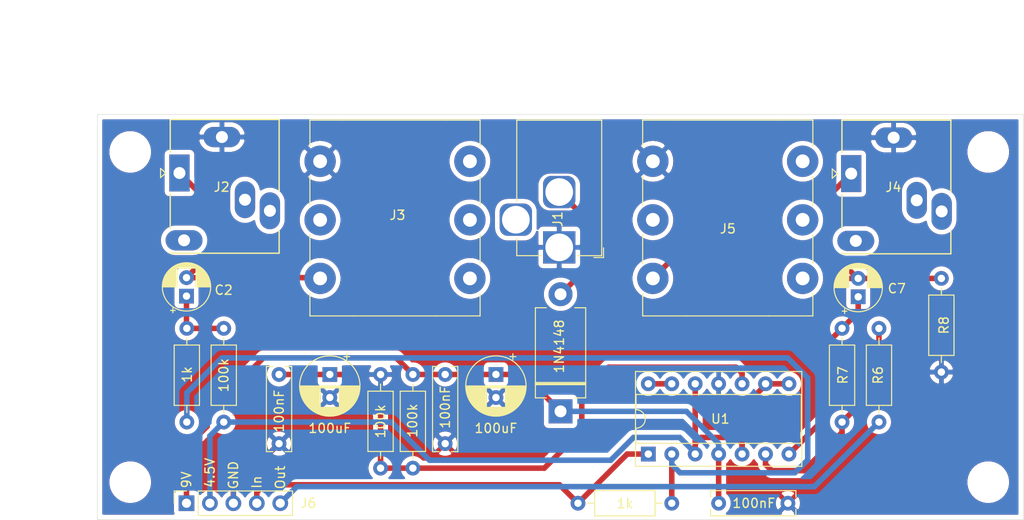
<source format=kicad_pcb>
(kicad_pcb (version 20171130) (host pcbnew "(5.1.9)-1")
  (layers (0 F.Cu signal) (31 B.Cu signal) (34 B.Paste user) (35 F.Paste user) (36 B.SilkS user) (37 F.SilkS user) (38 B.Mask user) (39 F.Mask user) (44 Edge.Cuts user))
  (net 0 "")
  (net 1 GND)
  (net 2 "Net-(C1-Pad1)")
  (net 3 "Net-(C2-Pad1)")
  (net 4 "Net-(C2-Pad2)")
  (net 5 +9V)
  (net 6 "Net-(C7-Pad2)")
  (net 7 "Net-(C7-Pad1)")
  (net 8 "Net-(D1-Pad2)")
  (net 9 +4.5V)
  (net 10 /Input)
  (net 11 /Output)
  (net 12 "Net-(R4-Pad1)")
  (net 13 "Net-(R6-Pad1)")
  (net 14 "Net-(U1-Pad13)")
  (module Oma:BarrelJack_Horizontal_RoundPads (layer F.Cu) (at 133.858 65.2145 270)
    (fp_text reference J1 (at -3.048 0.166 90) (layer F.SilkS))
    (fp_text value "9V DC")
    (pad 3 thru_hole roundrect (at -3 4.7 270) (size 3.5 3.5) (drill 3) (layers *.Cu *.Mask))
    (pad 2 thru_hole roundrect (at -6 0 270) (size 3.5 3.5) (drill 3) (layers *.Cu *.Mask) (net 8 "Net-(D1-Pad2)"))
    (pad 1 thru_hole rect (at 0 0 270) (size 3.5 3.5) (drill 3) (layers *.Cu *.Mask) (net 1 GND))
  )
  (module MountingHole:MountingHole_3.5mm (layer F.Cu) (at 180.34 90.678)
    (fp_text reference REF** hide)
    (fp_text value MountingHole_3.5mm)
    (pad 1 np_thru_hole circle (at 0 0) (size 3.5 3.5) (drill 3.5) (layers *.Cu *.Mask))
  )
  (module MountingHole:MountingHole_3.5mm (layer F.Cu) (at 87.376 90.678)
    (fp_text reference REF** hide)
    (fp_text value MountingHole_3.5mm)
    (pad 1 np_thru_hole circle (at 0 0) (size 3.5 3.5) (drill 3.5) (layers *.Cu *.Mask))
  )
  (module MountingHole:MountingHole_3.5mm (layer F.Cu) (at 180.34 54.864)
    (fp_text reference REF** hide)
    (fp_text value MountingHole_3.5mm)
    (pad 1 np_thru_hole circle (at 0 0) (size 3.5 3.5) (drill 3.5) (layers *.Cu *.Mask))
  )
  (module MountingHole:MountingHole_3.5mm (layer F.Cu) (at 87.376 54.864)
    (fp_text reference REF** hide)
    (fp_text value MountingHole_3.5mm)
    (pad 1 np_thru_hole circle (at 0 0) (size 3.5 3.5) (drill 3.5) (layers *.Cu *.Mask))
  )
  (module Resistor_THT:R_Axial_DIN0207_L6.3mm_D2.5mm_P10.16mm_Horizontal (layer F.Cu) (at 135.89 92.964)
    (fp_text reference 1k (at 5.08 0.03) (layer F.SilkS))
    (fp_text value 1k)
    (pad 1 thru_hole circle (at 0 0) (size 1.6 1.6) (drill 0.8) (layers *.Cu *.Mask) (net 10 /Input))
    (pad 2 thru_hole oval (at 10.16 0) (size 1.6 1.6) (drill 0.8) (layers *.Cu *.Mask) (net 12 "Net-(R4-Pad1)"))
  )
  (module Capacitor_THT:C_Rect_L9.0mm_W2.5mm_P7.50mm_MKT (layer F.Cu) (at 158.63 92.964 180)
    (fp_text reference 100nF (at 3.69 0) (layer F.SilkS))
    (fp_text value 100nF)
    (pad 1 thru_hole circle (at 0 0 180) (size 1.6 1.6) (drill 0.8) (layers *.Cu *.Mask) (net 1 GND))
    (pad 2 thru_hole circle (at 7.5 0 180) (size 1.6 1.6) (drill 0.8) (layers *.Cu *.Mask) (net 5 +9V))
  )
  (module Oma:Jack_3.5mm_Ledino_KB3SPRS_Horizontal (layer F.Cu) (at 92.71 57.15 270)
    (fp_text reference J2 (at 1.524 -4.572 180) (layer F.SilkS))
    (fp_text value "In 3.5mm")
    (pad T thru_hole rect (at 0 0 270) (size 4 2.2) (drill 1.3) (layers *.Cu *.Mask) (net 4 "Net-(C2-Pad2)"))
    (pad TN thru_hole oval (at 7.3 -0.5) (size 4 2.2) (drill 1.3) (layers *.Cu *.Mask))
    (pad RN thru_hole oval (at 2.9 -7.1 270) (size 4 2.2) (drill 1.3) (layers *.Cu *.Mask))
    (pad R thru_hole oval (at 4.1 -9.8 270) (size 4 2.2) (drill 1.3) (layers *.Cu *.Mask))
    (pad S thru_hole oval (at -3.9 -4.6 270) (size 2.2 4) (drill 1.3) (layers *.Cu *.Mask) (net 1 GND))
  )
  (module Oma:Jack_3.5mm_Ledino_KB3SPRS_Horizontal (layer F.Cu) (at 165.4904 57.2135 270)
    (fp_text reference J4 (at 1.478 -4.572 180) (layer F.SilkS))
    (fp_text value "Out 3.5mm")
    (pad T thru_hole rect (at 0 0 270) (size 4 2.2) (drill 1.3) (layers *.Cu *.Mask) (net 6 "Net-(C7-Pad2)"))
    (pad TN thru_hole oval (at 7.3 -0.5) (size 4 2.2) (drill 1.3) (layers *.Cu *.Mask))
    (pad RN thru_hole oval (at 2.9 -7.1 270) (size 4 2.2) (drill 1.3) (layers *.Cu *.Mask))
    (pad R thru_hole oval (at 4.1 -9.8 270) (size 4 2.2) (drill 1.3) (layers *.Cu *.Mask))
    (pad S thru_hole oval (at -3.9 -4.6 270) (size 2.2 4) (drill 1.3) (layers *.Cu *.Mask) (net 1 GND))
  )
  (module Oma:Jack_6.35mm_Cliff_CL1334_Horizontal (layer F.Cu) (at 107.95 68.58 90)
    (fp_text reference J3 (at 6.858 8.382 180) (layer F.SilkS))
    (fp_text value "In 6.3mm")
    (pad R thru_hole circle (at 6.35 0 90) (size 3.4 3.4) (drill 1.5) (layers *.Cu *.Mask))
    (pad S thru_hole circle (at 12.7 0 90) (size 3.4 3.4) (drill 1.5) (layers *.Cu *.Mask) (net 1 GND))
    (pad T thru_hole circle (at 0 0 90) (size 3.4 3.4) (drill 1.5) (layers *.Cu *.Mask) (net 4 "Net-(C2-Pad2)"))
    (pad RN thru_hole circle (at 6.35 16.23 90) (size 3.4 3.4) (drill 1.5) (layers *.Cu *.Mask))
    (pad SN thru_hole circle (at 12.7 16.23 90) (size 3.4 3.4) (drill 1.5) (layers *.Cu *.Mask))
    (pad TN thru_hole circle (at 0 16.23 90) (size 3.4 3.4) (drill 1.5) (layers *.Cu *.Mask))
  )
  (module Oma:Jack_6.35mm_Cliff_CL1334_Horizontal (layer F.Cu) (at 144.002 68.58 90)
    (fp_text reference J5 (at 5.38 8.128 180) (layer F.SilkS))
    (fp_text value "Out 6.3mm")
    (pad R thru_hole circle (at 6.35 0 90) (size 3.4 3.4) (drill 1.5) (layers *.Cu *.Mask))
    (pad S thru_hole circle (at 12.7 0 90) (size 3.4 3.4) (drill 1.5) (layers *.Cu *.Mask) (net 1 GND))
    (pad T thru_hole circle (at 0 0 90) (size 3.4 3.4) (drill 1.5) (layers *.Cu *.Mask) (net 6 "Net-(C7-Pad2)"))
    (pad RN thru_hole circle (at 6.35 16.23 90) (size 3.4 3.4) (drill 1.5) (layers *.Cu *.Mask))
    (pad SN thru_hole circle (at 12.7 16.23 90) (size 3.4 3.4) (drill 1.5) (layers *.Cu *.Mask))
    (pad TN thru_hole circle (at 0 16.23 90) (size 3.4 3.4) (drill 1.5) (layers *.Cu *.Mask))
  )
  (module Connector_PinSocket_2.54mm:PinSocket_1x05_P2.54mm_Vertical (layer F.Cu) (at 93.472 92.964 90)
    (fp_text reference J6 (at 0 13.208 180) (layer F.SilkS))
    (fp_text value I/O)
    (pad 5 thru_hole oval (at 0 10.16 90) (size 1.7 1.7) (drill 1) (layers *.Cu *.Mask) (net 11 /Output))
    (pad 4 thru_hole oval (at 0 7.62 90) (size 1.7 1.7) (drill 1) (layers *.Cu *.Mask) (net 10 /Input))
    (pad 3 thru_hole oval (at 0 5.08 90) (size 1.7 1.7) (drill 1) (layers *.Cu *.Mask) (net 1 GND))
    (pad 2 thru_hole oval (at 0 2.54 90) (size 1.7 1.7) (drill 1) (layers *.Cu *.Mask) (net 9 +4.5V))
    (pad 1 thru_hole rect (at 0 0 90) (size 1.7 1.7) (drill 1) (layers *.Cu *.Mask) (net 5 +9V))
  )
  (module Diode_THT:D_DO-201_P12.70mm_Horizontal (layer F.Cu) (at 134 83 90)
    (fp_text reference 1N4148 (at 7.054 -0.142 270) (layer F.SilkS))
    (fp_text value 1N4148)
    (pad 1 thru_hole rect (at 0 0 90) (size 2.6 2.6) (drill 1.3) (layers *.Cu *.Mask) (net 5 +9V))
    (pad 2 thru_hole oval (at 12.7 0 90) (size 2.6 2.6) (drill 1.3) (layers *.Cu *.Mask) (net 8 "Net-(D1-Pad2)"))
  )
  (module Capacitor_THT:C_Rect_L9.0mm_W2.5mm_P7.50mm_MKT (layer F.Cu) (at 103.5 79 270)
    (fp_text reference 100nF (at 3.962 -0.006 90) (layer F.SilkS))
    (fp_text value 100nF)
    (pad 2 thru_hole circle (at 7.5 0 270) (size 1.6 1.6) (drill 0.8) (layers *.Cu *.Mask) (net 1 GND))
    (pad 1 thru_hole circle (at 0 0 270) (size 1.6 1.6) (drill 0.8) (layers *.Cu *.Mask) (net 2 "Net-(C1-Pad1)"))
  )
  (module Capacitor_THT:CP_Radial_D5.0mm_P2.00mm (layer F.Cu) (at 93.472 70.5 90)
    (fp_text reference C2 (at 0.65 4.028 180) (layer F.SilkS))
    (fp_text value 10uF)
    (pad 1 thru_hole rect (at 0 0 90) (size 1.6 1.6) (drill 0.8) (layers *.Cu *.Mask) (net 3 "Net-(C2-Pad1)"))
    (pad 2 thru_hole circle (at 2 0 90) (size 1.6 1.6) (drill 0.8) (layers *.Cu *.Mask) (net 4 "Net-(C2-Pad2)"))
  )
  (module Capacitor_THT:CP_Radial_D6.3mm_P2.50mm (layer F.Cu) (at 109 79 270)
    (fp_text reference 100uF (at 5.836 0 180) (layer F.SilkS))
    (fp_text value 100uF)
    (pad 1 thru_hole rect (at 0 0 270) (size 1.6 1.6) (drill 0.8) (layers *.Cu *.Mask) (net 2 "Net-(C1-Pad1)"))
    (pad 2 thru_hole circle (at 2.5 0 270) (size 1.6 1.6) (drill 0.8) (layers *.Cu *.Mask) (net 1 GND))
  )
  (module Capacitor_THT:C_Rect_L9.0mm_W2.5mm_P7.50mm_MKT (layer F.Cu) (at 121.5 79 270)
    (fp_text reference 100nF (at 3.556 0 90) (layer F.SilkS))
    (fp_text value 100nF)
    (pad 1 thru_hole circle (at 0 0 270) (size 1.6 1.6) (drill 0.8) (layers *.Cu *.Mask) (net 5 +9V))
    (pad 2 thru_hole circle (at 7.5 0 270) (size 1.6 1.6) (drill 0.8) (layers *.Cu *.Mask) (net 1 GND))
  )
  (module Capacitor_THT:CP_Radial_D6.3mm_P2.50mm (layer F.Cu) (at 127 79 270)
    (fp_text reference 100uF (at 5.836 0 180) (layer F.SilkS))
    (fp_text value 100uF)
    (pad 2 thru_hole circle (at 2.5 0 270) (size 1.6 1.6) (drill 0.8) (layers *.Cu *.Mask) (net 1 GND))
    (pad 1 thru_hole rect (at 0 0 270) (size 1.6 1.6) (drill 0.8) (layers *.Cu *.Mask) (net 5 +9V))
  )
  (module Capacitor_THT:CP_Radial_D5.0mm_P2.00mm (layer F.Cu) (at 166.25 70.58 90)
    (fp_text reference C7 (at 0.896 4.184 180) (layer F.SilkS))
    (fp_text value 10uF)
    (pad 2 thru_hole circle (at 2 0 90) (size 1.6 1.6) (drill 0.8) (layers *.Cu *.Mask) (net 6 "Net-(C7-Pad2)"))
    (pad 1 thru_hole rect (at 0 0 90) (size 1.6 1.6) (drill 0.8) (layers *.Cu *.Mask) (net 7 "Net-(C7-Pad1)"))
  )
  (module Resistor_THT:R_Axial_DIN0207_L6.3mm_D2.5mm_P10.16mm_Horizontal (layer F.Cu) (at 118 79 270)
    (fp_text reference 100k (at 5 0.034 90) (layer F.SilkS))
    (fp_text value 100k)
    (pad 2 thru_hole oval (at 10.16 0 270) (size 1.6 1.6) (drill 0.8) (layers *.Cu *.Mask) (net 2 "Net-(C1-Pad1)"))
    (pad 1 thru_hole circle (at 0 0 270) (size 1.6 1.6) (drill 0.8) (layers *.Cu *.Mask) (net 5 +9V))
  )
  (module Resistor_THT:R_Axial_DIN0207_L6.3mm_D2.5mm_P10.16mm_Horizontal (layer F.Cu) (at 114.5 89.16 90)
    (fp_text reference 100k (at 5.08 0 90) (layer F.SilkS))
    (fp_text value 100k)
    (pad 1 thru_hole circle (at 0 0 90) (size 1.6 1.6) (drill 0.8) (layers *.Cu *.Mask) (net 2 "Net-(C1-Pad1)"))
    (pad 2 thru_hole oval (at 10.16 0 90) (size 1.6 1.6) (drill 0.8) (layers *.Cu *.Mask) (net 1 GND))
  )
  (module Resistor_THT:R_Axial_DIN0207_L6.3mm_D2.5mm_P10.16mm_Horizontal (layer F.Cu) (at 97.508 84.16 90)
    (fp_text reference 100k (at 5.08 0 90) (layer F.SilkS))
    (fp_text value 100k)
    (pad 2 thru_hole oval (at 10.16 0 90) (size 1.6 1.6) (drill 0.8) (layers *.Cu *.Mask) (net 3 "Net-(C2-Pad1)"))
    (pad 1 thru_hole circle (at 0 0 90) (size 1.6 1.6) (drill 0.8) (layers *.Cu *.Mask) (net 9 +4.5V))
  )
  (module Resistor_THT:R_Axial_DIN0207_L6.3mm_D2.5mm_P10.16mm_Horizontal (layer F.Cu) (at 93.508 84.16 90)
    (fp_text reference 1k (at 5.156 0.03 90) (layer F.SilkS))
    (fp_text value 1k)
    (pad 1 thru_hole circle (at 0 0 90) (size 1.6 1.6) (drill 0.8) (layers *.Cu *.Mask) (net 12 "Net-(R4-Pad1)"))
    (pad 2 thru_hole oval (at 10.16 0 90) (size 1.6 1.6) (drill 0.8) (layers *.Cu *.Mask) (net 3 "Net-(C2-Pad1)"))
  )
  (module Resistor_THT:R_Axial_DIN0207_L6.3mm_D2.5mm_P10.16mm_Horizontal (layer F.Cu) (at 168.5 74 270)
    (fp_text reference R6 (at 5.08 0.098 90) (layer F.SilkS))
    (fp_text value 1k)
    (pad 2 thru_hole oval (at 10.16 0 270) (size 1.6 1.6) (drill 0.8) (layers *.Cu *.Mask) (net 11 /Output))
    (pad 1 thru_hole circle (at 0 0 270) (size 1.6 1.6) (drill 0.8) (layers *.Cu *.Mask) (net 13 "Net-(R6-Pad1)"))
  )
  (module Resistor_THT:R_Axial_DIN0207_L6.3mm_D2.5mm_P10.16mm_Horizontal (layer F.Cu) (at 164.5 74 270)
    (fp_text reference R7 (at 5.08 -0.092 90) (layer F.SilkS))
    (fp_text value 1k)
    (pad 2 thru_hole oval (at 10.16 0 270) (size 1.6 1.6) (drill 0.8) (layers *.Cu *.Mask) (net 13 "Net-(R6-Pad1)"))
    (pad 1 thru_hole circle (at 0 0 270) (size 1.6 1.6) (drill 0.8) (layers *.Cu *.Mask) (net 7 "Net-(C7-Pad1)"))
  )
  (module Resistor_THT:R_Axial_DIN0207_L6.3mm_D2.5mm_P10.16mm_Horizontal (layer F.Cu) (at 175.26 68.58 270)
    (fp_text reference R8 (at 5.08 -0.284 90) (layer F.SilkS))
    (fp_text value 100k)
    (pad 1 thru_hole circle (at 0 0 270) (size 1.6 1.6) (drill 0.8) (layers *.Cu *.Mask) (net 6 "Net-(C7-Pad2)"))
    (pad 2 thru_hole oval (at 10.16 0 270) (size 1.6 1.6) (drill 0.8) (layers *.Cu *.Mask) (net 1 GND))
  )
  (module Package_DIP:DIP-14_W7.62mm_Socket (layer F.Cu) (at 143.51 87.63 90)
    (fp_text reference U1 (at 3.81 7.802 180) (layer F.SilkS))
    (fp_text value TL074)
    (pad 1 thru_hole rect (at 0 0 90) (size 1.6 1.6) (drill 0.8) (layers *.Cu *.Mask) (net 10 /Input))
    (pad 8 thru_hole oval (at 7.62 15.24 90) (size 1.6 1.6) (drill 0.8) (layers *.Cu *.Mask) (net 9 +4.5V))
    (pad 2 thru_hole oval (at 0 2.54 90) (size 1.6 1.6) (drill 0.8) (layers *.Cu *.Mask) (net 12 "Net-(R4-Pad1)"))
    (pad 9 thru_hole oval (at 7.62 12.7 90) (size 1.6 1.6) (drill 0.8) (layers *.Cu *.Mask) (net 9 +4.5V))
    (pad 3 thru_hole oval (at 0 5.08 90) (size 1.6 1.6) (drill 0.8) (layers *.Cu *.Mask) (net 9 +4.5V))
    (pad 10 thru_hole oval (at 7.62 10.16 90) (size 1.6 1.6) (drill 0.8) (layers *.Cu *.Mask) (net 2 "Net-(C1-Pad1)"))
    (pad 4 thru_hole oval (at 0 7.62 90) (size 1.6 1.6) (drill 0.8) (layers *.Cu *.Mask) (net 5 +9V))
    (pad 11 thru_hole oval (at 7.62 7.62 90) (size 1.6 1.6) (drill 0.8) (layers *.Cu *.Mask) (net 1 GND))
    (pad 5 thru_hole oval (at 0 10.16 90) (size 1.6 1.6) (drill 0.8) (layers *.Cu *.Mask) (net 9 +4.5V))
    (pad 12 thru_hole oval (at 7.62 5.08 90) (size 1.6 1.6) (drill 0.8) (layers *.Cu *.Mask) (net 9 +4.5V))
    (pad 6 thru_hole oval (at 0 12.7 90) (size 1.6 1.6) (drill 0.8) (layers *.Cu *.Mask) (net 13 "Net-(R6-Pad1)"))
    (pad 13 thru_hole oval (at 7.62 2.54 90) (size 1.6 1.6) (drill 0.8) (layers *.Cu *.Mask) (net 14 "Net-(U1-Pad13)"))
    (pad 7 thru_hole oval (at 0 15.24 90) (size 1.6 1.6) (drill 0.8) (layers *.Cu *.Mask) (net 7 "Net-(C7-Pad1)"))
    (pad 14 thru_hole oval (at 7.62 0 90) (size 1.6 1.6) (drill 0.8) (layers *.Cu *.Mask) (net 14 "Net-(U1-Pad13)"))
  )
  (gr_text Out (at 103.632 90.17 90) (layer F.SilkS) (effects (font (size 1 1))))
  (gr_text In (at 101.092 90.678 90) (layer F.SilkS) (effects (font (size 1 1))))
  (gr_text GND (at 98.552 89.916 90) (layer F.SilkS) (effects (font (size 1 1))))
  (gr_text 4.5V (at 96.012 89.662 90) (layer F.SilkS) (effects (font (size 1 1))))
  (gr_text 9V (at 93.472 90.424 90) (layer F.SilkS) (effects (font (size 1 1))))
  (gr_line (start 184.15 50.8) (end 83.82 50.8) (layer Edge.Cuts) (width 0.05))
  (gr_line (start 184.15 94.742) (end 184.15 50.8) (layer Edge.Cuts) (width 0.05))
  (gr_line (start 83.82 94.742) (end 184.15 94.742) (layer Edge.Cuts) (width 0.05))
  (gr_line (start 83.82 50.8) (end 83.82 94.742) (layer Edge.Cuts) (width 0.05))
  (segment (start 98.552 92.964) (end 98.552 91.448) (width 0.6) (layer F.Cu) (net 1))
  (segment (start 98.552 91.448) (end 103.5 86.5) (width 0.6) (layer F.Cu) (net 1))
  (segment (start 109 79) (end 103.5 79) (width 0.6) (layer F.Cu) (net 2))
  (segment (start 114.5 89.16) (end 114.5 83.1) (width 0.6) (layer F.Cu) (net 2))
  (segment (start 114.5 83.1) (end 110.4 79) (width 0.6) (layer F.Cu) (net 2))
  (segment (start 110.4 79) (end 109 79) (width 0.6) (layer F.Cu) (net 2))
  (segment (start 118 89.16) (end 114.5 89.16) (width 0.6) (layer F.Cu) (net 2))
  (segment (start 153.67 80.01) (end 153.67 78.87863) (width 0.6) (layer F.Cu) (net 2))
  (segment (start 153.67 78.87863) (end 153.001369 78.209999) (width 0.6) (layer F.Cu) (net 2))
  (segment (start 153.001369 78.209999) (end 139.214001 78.209999) (width 0.6) (layer F.Cu) (net 2))
  (segment (start 139.214001 78.209999) (end 136.300001 81.123999) (width 0.6) (layer F.Cu) (net 2))
  (segment (start 136.300001 81.123999) (end 136.300001 85.100001) (width 0.6) (layer F.Cu) (net 2))
  (segment (start 136.300001 85.100001) (end 132.240002 89.16) (width 0.6) (layer F.Cu) (net 2))
  (segment (start 132.240002 89.16) (end 118 89.16) (width 0.6) (layer F.Cu) (net 2))
  (segment (start 93.508 74) (end 97.508 74) (width 0.6) (layer F.Cu) (net 3))
  (segment (start 93.472 70.5) (end 93.472 73.964) (width 0.6) (layer F.Cu) (net 3))
  (segment (start 93.472 73.964) (end 93.508 74) (width 0.6) (layer F.Cu) (net 3))
  (segment (start 93.472 68.5) (end 107.87 68.5) (width 0.6) (layer F.Cu) (net 4))
  (segment (start 107.87 68.5) (end 107.95 68.58) (width 0.6) (layer F.Cu) (net 4))
  (segment (start 92.71 57.15) (end 96.21001 60.65001) (width 0.6) (layer F.Cu) (net 4))
  (segment (start 96.21001 60.65001) (end 96.21001 65.76199) (width 0.6) (layer F.Cu) (net 4))
  (segment (start 96.21001 65.76199) (end 93.472 68.5) (width 0.6) (layer F.Cu) (net 4))
  (segment (start 93.472 92.964) (end 93.472 86.868) (width 0.6) (layer F.Cu) (net 5))
  (segment (start 93.472 86.868) (end 95.707999 84.632001) (width 0.6) (layer F.Cu) (net 5))
  (segment (start 95.707999 84.632001) (end 95.707999 83.295999) (width 0.6) (layer F.Cu) (net 5))
  (segment (start 95.707999 83.295999) (end 101.803999 77.199999) (width 0.6) (layer F.Cu) (net 5))
  (segment (start 101.803999 77.199999) (end 116.199999 77.199999) (width 0.6) (layer F.Cu) (net 5))
  (segment (start 116.199999 77.199999) (end 118 79) (width 0.6) (layer F.Cu) (net 5))
  (segment (start 151.13 87.63) (end 151.13 86.49863) (width 0.6) (layer B.Cu) (net 5))
  (segment (start 151.13 86.49863) (end 147.63137 83) (width 0.6) (layer B.Cu) (net 5))
  (segment (start 147.63137 83) (end 134 83) (width 0.6) (layer B.Cu) (net 5))
  (segment (start 151.13 92.964) (end 151.13 87.63) (width 0.6) (layer F.Cu) (net 5))
  (segment (start 118 79) (end 121.5 79) (width 0.6) (layer F.Cu) (net 5))
  (segment (start 127 79) (end 121.5 79) (width 0.6) (layer F.Cu) (net 5))
  (segment (start 134 83) (end 130 79) (width 0.6) (layer F.Cu) (net 5))
  (segment (start 130 79) (end 127 79) (width 0.6) (layer F.Cu) (net 5))
  (segment (start 166.25 68.58) (end 164.228002 68.58) (width 0.6) (layer F.Cu) (net 6))
  (segment (start 164.228002 68.58) (end 161.528001 65.879999) (width 0.6) (layer F.Cu) (net 6))
  (segment (start 161.528001 65.879999) (end 146.702001 65.879999) (width 0.6) (layer F.Cu) (net 6))
  (segment (start 146.702001 65.879999) (end 144.002 68.58) (width 0.6) (layer F.Cu) (net 6))
  (segment (start 166.25 68.58) (end 175.26 68.58) (width 0.6) (layer F.Cu) (net 6))
  (segment (start 165.4904 57.2135) (end 162.99039 59.71351) (width 0.6) (layer F.Cu) (net 6))
  (segment (start 162.99039 59.71351) (end 162.99039 65.383352) (width 0.6) (layer F.Cu) (net 6))
  (segment (start 162.99039 65.383352) (end 166.187038 68.58) (width 0.6) (layer F.Cu) (net 6))
  (segment (start 166.187038 68.58) (end 166.25 68.58) (width 0.6) (layer F.Cu) (net 6))
  (segment (start 164.5 74) (end 162.699999 75.800001) (width 0.6) (layer F.Cu) (net 7))
  (segment (start 162.699999 83.680001) (end 158.75 87.63) (width 0.6) (layer F.Cu) (net 7))
  (segment (start 162.699999 75.800001) (end 162.699999 83.680001) (width 0.6) (layer F.Cu) (net 7))
  (segment (start 166.25 70.58) (end 166.25 72.25) (width 0.6) (layer F.Cu) (net 7))
  (segment (start 166.25 72.25) (end 164.5 74) (width 0.6) (layer F.Cu) (net 7))
  (segment (start 133.858 59.2145) (end 136.608001 61.964501) (width 0.6) (layer F.Cu) (net 8))
  (segment (start 136.608001 67.691999) (end 134 70.3) (width 0.6) (layer F.Cu) (net 8))
  (segment (start 136.608001 61.964501) (end 136.608001 67.691999) (width 0.6) (layer F.Cu) (net 8))
  (segment (start 96.012 92.964) (end 96.012 85.656) (width 0.6) (layer B.Cu) (net 9))
  (segment (start 96.012 85.656) (end 97.508 84.16) (width 0.6) (layer B.Cu) (net 9))
  (segment (start 156.21 80.01) (end 158.75 80.01) (width 0.6) (layer F.Cu) (net 9))
  (segment (start 153.67 87.63) (end 153.67 82.674002) (width 0.6) (layer F.Cu) (net 9))
  (segment (start 153.67 82.674002) (end 156.21 80.134002) (width 0.6) (layer F.Cu) (net 9))
  (segment (start 156.21 80.134002) (end 156.21 80.01) (width 0.6) (layer F.Cu) (net 9))
  (segment (start 148.59 87.63) (end 148.59 86.49863) (width 0.6) (layer F.Cu) (net 9))
  (segment (start 153.001369 85.829999) (end 153.67 86.49863) (width 0.6) (layer F.Cu) (net 9))
  (segment (start 148.59 86.49863) (end 149.258631 85.829999) (width 0.6) (layer F.Cu) (net 9))
  (segment (start 149.258631 85.829999) (end 153.001369 85.829999) (width 0.6) (layer F.Cu) (net 9))
  (segment (start 153.67 86.49863) (end 153.67 87.63) (width 0.6) (layer F.Cu) (net 9))
  (segment (start 148.59 87.63) (end 148.59 80.01) (width 0.6) (layer F.Cu) (net 9))
  (segment (start 97.508 84.16) (end 115.664002 84.16) (width 0.6) (layer B.Cu) (net 9))
  (segment (start 115.664002 84.16) (end 119.804003 88.300001) (width 0.6) (layer B.Cu) (net 9))
  (segment (start 148.59 87.505998) (end 148.59 87.63) (width 0.6) (layer B.Cu) (net 9))
  (segment (start 119.804003 88.300001) (end 139.439997 88.300001) (width 0.6) (layer B.Cu) (net 9))
  (segment (start 139.439997 88.300001) (end 141.909999 85.829999) (width 0.6) (layer B.Cu) (net 9))
  (segment (start 141.909999 85.829999) (end 146.914001 85.829999) (width 0.6) (layer B.Cu) (net 9))
  (segment (start 146.914001 85.829999) (end 148.59 87.505998) (width 0.6) (layer B.Cu) (net 9))
  (segment (start 101.092 92.964) (end 101.092 91.761919) (width 0.6) (layer F.Cu) (net 10))
  (segment (start 101.092 91.761919) (end 101.893918 90.960001) (width 0.6) (layer F.Cu) (net 10))
  (segment (start 101.893918 90.960001) (end 133.886001 90.960001) (width 0.6) (layer F.Cu) (net 10))
  (segment (start 133.886001 90.960001) (end 135.89 92.964) (width 0.6) (layer F.Cu) (net 10))
  (segment (start 143.51 87.63) (end 141.224 87.63) (width 0.6) (layer F.Cu) (net 10))
  (segment (start 141.224 87.63) (end 135.89 92.964) (width 0.6) (layer F.Cu) (net 10))
  (segment (start 103.632 92.964) (end 105.432001 91.163999) (width 0.6) (layer B.Cu) (net 11))
  (segment (start 105.432001 91.163999) (end 161.496001 91.163999) (width 0.6) (layer B.Cu) (net 11))
  (segment (start 161.496001 91.163999) (end 168.5 84.16) (width 0.6) (layer B.Cu) (net 11))
  (segment (start 146.05 87.63) (end 146.05 92.964) (width 0.6) (layer F.Cu) (net 12))
  (segment (start 93.508 80.99) (end 93.508 84.16) (width 0.6) (layer B.Cu) (net 12))
  (segment (start 97.298001 77.199999) (end 93.508 80.99) (width 0.6) (layer B.Cu) (net 12))
  (segment (start 158.604001 77.199999) (end 97.298001 77.199999) (width 0.6) (layer B.Cu) (net 12))
  (segment (start 160.782 79.377998) (end 158.604001 77.199999) (width 0.6) (layer B.Cu) (net 12))
  (segment (start 160.782 88.262002) (end 160.782 79.377998) (width 0.6) (layer B.Cu) (net 12))
  (segment (start 159.382002 89.662) (end 160.782 88.262002) (width 0.6) (layer B.Cu) (net 12))
  (segment (start 146.95063 89.662) (end 159.382002 89.662) (width 0.6) (layer B.Cu) (net 12))
  (segment (start 146.05 88.76137) (end 146.95063 89.662) (width 0.6) (layer B.Cu) (net 12))
  (segment (start 146.05 87.63) (end 146.05 88.76137) (width 0.6) (layer B.Cu) (net 12))
  (segment (start 164.5 84.16) (end 164.5 85.29137) (width 0.6) (layer F.Cu) (net 13))
  (segment (start 164.5 85.29137) (end 160.361369 89.430001) (width 0.6) (layer F.Cu) (net 13))
  (segment (start 160.361369 89.430001) (end 156.878631 89.430001) (width 0.6) (layer F.Cu) (net 13))
  (segment (start 156.878631 89.430001) (end 156.21 88.76137) (width 0.6) (layer F.Cu) (net 13))
  (segment (start 156.21 88.76137) (end 156.21 87.63) (width 0.6) (layer F.Cu) (net 13))
  (segment (start 168.5 74) (end 168.5 80.16) (width 0.6) (layer F.Cu) (net 13))
  (segment (start 168.5 80.16) (end 164.5 84.16) (width 0.6) (layer F.Cu) (net 13))
  (segment (start 143.51 80.01) (end 146.05 80.01) (width 0.6) (layer F.Cu) (net 14))
  (zone (net 1) (net_name GND) (layer F.Cu) (connect_pads (clearance 0.508)) (min_thickness 0.254) (fill yes (arc_segments 32) (thermal_gap 0.508) (thermal_bridge_width 0.508))
    (polygon (pts (xy 184.15 94.742) (xy 83.82 94.742) (xy 83.82 50.8) (xy 184.15 50.8)))
  )
  (zone (net 1) (net_name GND) (layer B.Cu) (connect_pads (clearance 0.508)) (min_thickness 0.254) (fill yes (arc_segments 32) (thermal_gap 0.508) (thermal_bridge_width 0.508))
    (polygon (pts (xy 184.15 94.742) (xy 83.82 94.742) (xy 83.82 50.8) (xy 184.15 50.8)))
  )
)
</source>
